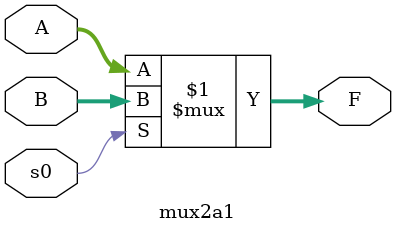
<source format=v>
module mux2a1(
    input [2:0] A, B,
	input s0,
	output [2:0] F  
);
assign F = s0 ? B : A;

endmodule 
</source>
